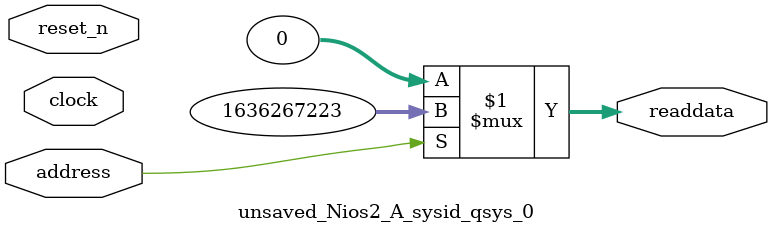
<source format=v>



// synthesis translate_off
`timescale 1ns / 1ps
// synthesis translate_on

// turn off superfluous verilog processor warnings 
// altera message_level Level1 
// altera message_off 10034 10035 10036 10037 10230 10240 10030 

module unsaved_Nios2_A_sysid_qsys_0 (
               // inputs:
                address,
                clock,
                reset_n,

               // outputs:
                readdata
             )
;

  output  [ 31: 0] readdata;
  input            address;
  input            clock;
  input            reset_n;

  wire    [ 31: 0] readdata;
  //control_slave, which is an e_avalon_slave
  assign readdata = address ? 1636267223 : 0;

endmodule



</source>
